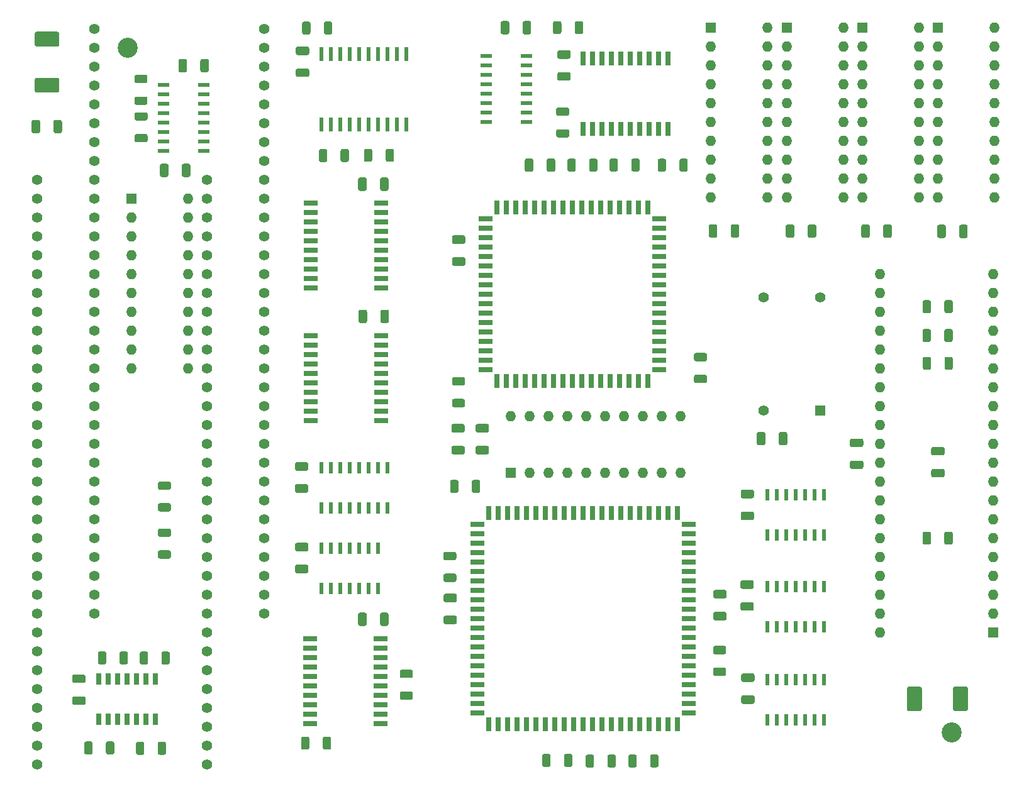
<source format=gbr>
%TF.GenerationSoftware,KiCad,Pcbnew,(5.1.12)-1*%
%TF.CreationDate,2022-12-05T14:55:25+01:00*%
%TF.ProjectId,atonceplus,61746f6e-6365-4706-9c75-732e6b696361,rev?*%
%TF.SameCoordinates,Original*%
%TF.FileFunction,Soldermask,Top*%
%TF.FilePolarity,Negative*%
%FSLAX46Y46*%
G04 Gerber Fmt 4.6, Leading zero omitted, Abs format (unit mm)*
G04 Created by KiCad (PCBNEW (5.1.12)-1) date 2022-12-05 14:55:25*
%MOMM*%
%LPD*%
G01*
G04 APERTURE LIST*
%ADD10C,2.700000*%
%ADD11R,1.525000X0.600000*%
%ADD12R,0.600000X1.525000*%
%ADD13C,1.400000*%
%ADD14R,0.600000X1.950000*%
%ADD15R,1.400000X1.400000*%
%ADD16O,1.400000X1.400000*%
%ADD17R,0.700000X1.925000*%
%ADD18R,1.925000X0.700000*%
%ADD19R,1.950000X0.650000*%
%ADD20R,0.650000X1.950000*%
%ADD21R,0.650000X1.525000*%
G04 APERTURE END LIST*
D10*
%TO.C,REF\u002A\u002A*%
X209270000Y-135270000D03*
%TD*%
%TO.C,REF\u002A\u002A*%
X98350000Y-43050000D03*
%TD*%
D11*
%TO.C,U35*%
X146608000Y-44205000D03*
X146608000Y-45475000D03*
X146608000Y-46745000D03*
X146608000Y-48015000D03*
X146608000Y-49285000D03*
X146608000Y-50555000D03*
X146608000Y-51825000D03*
X146608000Y-53095000D03*
X152032000Y-53095000D03*
X152032000Y-51825000D03*
X152032000Y-50555000D03*
X152032000Y-49285000D03*
X152032000Y-48015000D03*
X152032000Y-46745000D03*
X152032000Y-45475000D03*
X152032000Y-44205000D03*
%TD*%
%TO.C,U36*%
X108642000Y-48045000D03*
X108642000Y-49315000D03*
X108642000Y-50585000D03*
X108642000Y-51855000D03*
X108642000Y-53125000D03*
X108642000Y-54395000D03*
X108642000Y-55665000D03*
X108642000Y-56935000D03*
X103218000Y-56935000D03*
X103218000Y-55665000D03*
X103218000Y-54395000D03*
X103218000Y-53125000D03*
X103218000Y-51855000D03*
X103218000Y-50585000D03*
X103218000Y-49315000D03*
X103218000Y-48045000D03*
%TD*%
D12*
%TO.C,U37*%
X124435000Y-105052000D03*
X125705000Y-105052000D03*
X126975000Y-105052000D03*
X128245000Y-105052000D03*
X129515000Y-105052000D03*
X130785000Y-105052000D03*
X132055000Y-105052000D03*
X133325000Y-105052000D03*
X133325000Y-99628000D03*
X132055000Y-99628000D03*
X130785000Y-99628000D03*
X129515000Y-99628000D03*
X128245000Y-99628000D03*
X126975000Y-99628000D03*
X125705000Y-99628000D03*
X124435000Y-99628000D03*
%TD*%
%TO.C,U43*%
X124460000Y-115852000D03*
X125730000Y-115852000D03*
X127000000Y-115852000D03*
X128270000Y-115852000D03*
X129540000Y-115852000D03*
X130810000Y-115852000D03*
X132080000Y-115852000D03*
X132080000Y-110428000D03*
X130810000Y-110428000D03*
X129540000Y-110428000D03*
X128270000Y-110428000D03*
X127000000Y-110428000D03*
X125730000Y-110428000D03*
X124460000Y-110428000D03*
%TD*%
D13*
%TO.C,J1*%
X109020000Y-139580000D03*
X109020000Y-137040000D03*
X109020000Y-134500000D03*
X109020000Y-131960000D03*
X109020000Y-129420000D03*
X109020000Y-126880000D03*
X109020000Y-124340000D03*
X109020000Y-121800000D03*
X109020000Y-119260000D03*
X109020000Y-116720000D03*
X109020000Y-114180000D03*
X109020000Y-111640000D03*
X109020000Y-109100000D03*
X109020000Y-106560000D03*
X109020000Y-104020000D03*
X109020000Y-101480000D03*
X109020000Y-98940000D03*
X109020000Y-96400000D03*
X109020000Y-93860000D03*
X109020000Y-91320000D03*
X109020000Y-88780000D03*
X109020000Y-86240000D03*
X109020000Y-83700000D03*
X109020000Y-81160000D03*
X109020000Y-78620000D03*
X109020000Y-76080000D03*
X109020000Y-73540000D03*
X109020000Y-71000000D03*
X109020000Y-68460000D03*
X109020000Y-65920000D03*
X109020000Y-63380000D03*
X109020000Y-60840000D03*
X86160000Y-60840000D03*
X86160000Y-63380000D03*
X86160000Y-65920000D03*
X86160000Y-68460000D03*
X86160000Y-71000000D03*
X86160000Y-73540000D03*
X86160000Y-76080000D03*
X86160000Y-78620000D03*
X86160000Y-81160000D03*
X86160000Y-83700000D03*
X86160000Y-86240000D03*
X86160000Y-88780000D03*
X86160000Y-91320000D03*
X86160000Y-93860000D03*
X86160000Y-96400000D03*
X86160000Y-98940000D03*
X86160000Y-101480000D03*
X86160000Y-104020000D03*
X86160000Y-106560000D03*
X86160000Y-109100000D03*
X86160000Y-111640000D03*
X86160000Y-114180000D03*
X86160000Y-116720000D03*
X86160000Y-119260000D03*
X86160000Y-121800000D03*
X86160000Y-124340000D03*
X86160000Y-126880000D03*
X86160000Y-129420000D03*
X86160000Y-131960000D03*
X86160000Y-134500000D03*
X86160000Y-137040000D03*
X86160000Y-139580000D03*
%TD*%
%TO.C,J2*%
X93890000Y-119250000D03*
X93890000Y-116710000D03*
X93890000Y-114170000D03*
X93890000Y-111630000D03*
X93890000Y-109090000D03*
X93890000Y-106550000D03*
X93890000Y-104010000D03*
X93890000Y-101470000D03*
X93890000Y-98930000D03*
X93890000Y-96390000D03*
X93890000Y-93850000D03*
X93890000Y-91310000D03*
X93890000Y-88770000D03*
X93890000Y-86230000D03*
X93890000Y-83690000D03*
X93890000Y-81150000D03*
X93890000Y-78610000D03*
X93890000Y-76070000D03*
X93890000Y-73530000D03*
X93890000Y-70990000D03*
X93890000Y-68450000D03*
X93890000Y-65910000D03*
X93890000Y-63370000D03*
X93890000Y-60830000D03*
X93890000Y-58290000D03*
X93890000Y-55750000D03*
X93890000Y-53210000D03*
X93890000Y-50670000D03*
X93890000Y-48130000D03*
X93890000Y-45590000D03*
X93890000Y-43050000D03*
X93890000Y-40510000D03*
X116750000Y-40510000D03*
X116750000Y-43050000D03*
X116750000Y-45590000D03*
X116750000Y-48130000D03*
X116750000Y-50670000D03*
X116750000Y-53210000D03*
X116750000Y-55750000D03*
X116750000Y-58290000D03*
X116750000Y-60830000D03*
X116750000Y-63370000D03*
X116750000Y-65910000D03*
X116750000Y-68450000D03*
X116750000Y-70990000D03*
X116750000Y-73530000D03*
X116750000Y-76070000D03*
X116750000Y-78610000D03*
X116750000Y-81150000D03*
X116750000Y-83690000D03*
X116750000Y-86230000D03*
X116750000Y-88770000D03*
X116750000Y-91310000D03*
X116750000Y-93850000D03*
X116750000Y-96390000D03*
X116750000Y-98930000D03*
X116750000Y-101470000D03*
X116750000Y-104010000D03*
X116750000Y-106550000D03*
X116750000Y-109090000D03*
X116750000Y-111630000D03*
X116750000Y-114170000D03*
X116750000Y-116710000D03*
X116750000Y-119250000D03*
%TD*%
D14*
%TO.C,U21*%
X124475000Y-53355000D03*
X125745000Y-53355000D03*
X127015000Y-53355000D03*
X128285000Y-53355000D03*
X129555000Y-53355000D03*
X130825000Y-53355000D03*
X132095000Y-53355000D03*
X133365000Y-53355000D03*
X134635000Y-53355000D03*
X135905000Y-53355000D03*
X135905000Y-43905000D03*
X134635000Y-43905000D03*
X133365000Y-43905000D03*
X132095000Y-43905000D03*
X130825000Y-43905000D03*
X129555000Y-43905000D03*
X128285000Y-43905000D03*
X127015000Y-43905000D03*
X125745000Y-43905000D03*
X124475000Y-43905000D03*
%TD*%
D12*
%TO.C,U15*%
X184470000Y-108652000D03*
X185740000Y-108652000D03*
X187010000Y-108652000D03*
X188280000Y-108652000D03*
X189550000Y-108652000D03*
X190820000Y-108652000D03*
X192090000Y-108652000D03*
X192090000Y-103228000D03*
X190820000Y-103228000D03*
X189550000Y-103228000D03*
X188280000Y-103228000D03*
X187010000Y-103228000D03*
X185740000Y-103228000D03*
X184470000Y-103228000D03*
%TD*%
%TO.C,U45*%
X184470000Y-121032000D03*
X185740000Y-121032000D03*
X187010000Y-121032000D03*
X188280000Y-121032000D03*
X189550000Y-121032000D03*
X190820000Y-121032000D03*
X192090000Y-121032000D03*
X192090000Y-115608000D03*
X190820000Y-115608000D03*
X189550000Y-115608000D03*
X188280000Y-115608000D03*
X187010000Y-115608000D03*
X185740000Y-115608000D03*
X184470000Y-115608000D03*
%TD*%
%TO.C,U28*%
X184480000Y-128138000D03*
X185750000Y-128138000D03*
X187020000Y-128138000D03*
X188290000Y-128138000D03*
X189560000Y-128138000D03*
X190830000Y-128138000D03*
X192100000Y-128138000D03*
X192100000Y-133562000D03*
X190830000Y-133562000D03*
X189560000Y-133562000D03*
X188290000Y-133562000D03*
X187020000Y-133562000D03*
X185750000Y-133562000D03*
X184480000Y-133562000D03*
%TD*%
D15*
%TO.C,Q1*%
X191540000Y-91930000D03*
D13*
X183920000Y-91930000D03*
X183920000Y-76690000D03*
X191540000Y-76690000D03*
%TD*%
D15*
%TO.C,U14*%
X214890000Y-121820000D03*
D16*
X199650000Y-73560000D03*
X214890000Y-119280000D03*
X199650000Y-76100000D03*
X214890000Y-116740000D03*
X199650000Y-78640000D03*
X214890000Y-114200000D03*
X199650000Y-81180000D03*
X214890000Y-111660000D03*
X199650000Y-83720000D03*
X214890000Y-109120000D03*
X199650000Y-86260000D03*
X214890000Y-106580000D03*
X199650000Y-88800000D03*
X214890000Y-104040000D03*
X199650000Y-91340000D03*
X214890000Y-101500000D03*
X199650000Y-93880000D03*
X214890000Y-98960000D03*
X199650000Y-96420000D03*
X214890000Y-96420000D03*
X199650000Y-98960000D03*
X214890000Y-93880000D03*
X199650000Y-101500000D03*
X214890000Y-91340000D03*
X199650000Y-104040000D03*
X214890000Y-88800000D03*
X199650000Y-106580000D03*
X214890000Y-86260000D03*
X199650000Y-109120000D03*
X214890000Y-83720000D03*
X199650000Y-111660000D03*
X214890000Y-81180000D03*
X199650000Y-114200000D03*
X214890000Y-78640000D03*
X199650000Y-116740000D03*
X214890000Y-76100000D03*
X199650000Y-119280000D03*
X214890000Y-73560000D03*
X199650000Y-121820000D03*
%TD*%
D17*
%TO.C,U13*%
X158250000Y-87902500D03*
X159520000Y-87902500D03*
X160790000Y-87902500D03*
X162060000Y-87902500D03*
X163330000Y-87902500D03*
X164600000Y-87902500D03*
X165870000Y-87902500D03*
X167140000Y-87902500D03*
X168410000Y-87902500D03*
X156980000Y-87902500D03*
X155710000Y-87902500D03*
X154440000Y-87902500D03*
X153170000Y-87902500D03*
X151900000Y-87902500D03*
X150630000Y-87902500D03*
X149360000Y-87902500D03*
X148090000Y-87902500D03*
D18*
X169922500Y-86390000D03*
X169922500Y-85120000D03*
X169922500Y-83850000D03*
X169922500Y-82580000D03*
X169922500Y-81310000D03*
X169922500Y-80040000D03*
X169922500Y-78770000D03*
X169922500Y-77500000D03*
X169922500Y-76230000D03*
X169922500Y-74960000D03*
X169922500Y-73690000D03*
X169922500Y-72420000D03*
X169922500Y-71150000D03*
X169922500Y-69880000D03*
X169922500Y-68610000D03*
X169922500Y-67340000D03*
X169922500Y-66070000D03*
D17*
X168410000Y-64557500D03*
X167140000Y-64557500D03*
X165870000Y-64557500D03*
X164600000Y-64557500D03*
X163330000Y-64557500D03*
X162060000Y-64557500D03*
X160790000Y-64557500D03*
X159520000Y-64557500D03*
X158250000Y-64557500D03*
X156980000Y-64557500D03*
X155710000Y-64557500D03*
X154440000Y-64557500D03*
X153170000Y-64557500D03*
X151900000Y-64557500D03*
X150630000Y-64557500D03*
X149360000Y-64557500D03*
X148090000Y-64557500D03*
D18*
X146577500Y-66070000D03*
X146577500Y-67340000D03*
X146577500Y-68610000D03*
X146577500Y-69880000D03*
X146577500Y-71150000D03*
X146577500Y-72420000D03*
X146577500Y-73690000D03*
X146577500Y-74960000D03*
X146577500Y-76230000D03*
X146577500Y-77500000D03*
X146577500Y-78770000D03*
X146577500Y-80040000D03*
X146577500Y-81310000D03*
X146577500Y-82580000D03*
X146577500Y-83850000D03*
X146577500Y-85120000D03*
X146577500Y-86390000D03*
%TD*%
%TO.C,C10*%
G36*
G01*
X86100000Y-40900000D02*
X88900000Y-40900000D01*
G75*
G02*
X89150000Y-41150000I0J-250000D01*
G01*
X89150000Y-42650000D01*
G75*
G02*
X88900000Y-42900000I-250000J0D01*
G01*
X86100000Y-42900000D01*
G75*
G02*
X85850000Y-42650000I0J250000D01*
G01*
X85850000Y-41150000D01*
G75*
G02*
X86100000Y-40900000I250000J0D01*
G01*
G37*
G36*
G01*
X86100000Y-47100000D02*
X88900000Y-47100000D01*
G75*
G02*
X89150000Y-47350000I0J-250000D01*
G01*
X89150000Y-48850000D01*
G75*
G02*
X88900000Y-49100000I-250000J0D01*
G01*
X86100000Y-49100000D01*
G75*
G02*
X85850000Y-48850000I0J250000D01*
G01*
X85850000Y-47350000D01*
G75*
G02*
X86100000Y-47100000I250000J0D01*
G01*
G37*
%TD*%
%TO.C,C11*%
G36*
G01*
X205260000Y-129350000D02*
X205260000Y-132150000D01*
G75*
G02*
X205010000Y-132400000I-250000J0D01*
G01*
X203510000Y-132400000D01*
G75*
G02*
X203260000Y-132150000I0J250000D01*
G01*
X203260000Y-129350000D01*
G75*
G02*
X203510000Y-129100000I250000J0D01*
G01*
X205010000Y-129100000D01*
G75*
G02*
X205260000Y-129350000I0J-250000D01*
G01*
G37*
G36*
G01*
X211460000Y-129350000D02*
X211460000Y-132150000D01*
G75*
G02*
X211210000Y-132400000I-250000J0D01*
G01*
X209710000Y-132400000D01*
G75*
G02*
X209460000Y-132150000I0J250000D01*
G01*
X209460000Y-129350000D01*
G75*
G02*
X209710000Y-129100000I250000J0D01*
G01*
X211210000Y-129100000D01*
G75*
G02*
X211460000Y-129350000I0J-250000D01*
G01*
G37*
%TD*%
%TO.C,C12*%
G36*
G01*
X88370000Y-54330001D02*
X88370000Y-53029999D01*
G75*
G02*
X88619999Y-52780000I249999J0D01*
G01*
X89270001Y-52780000D01*
G75*
G02*
X89520000Y-53029999I0J-249999D01*
G01*
X89520000Y-54330001D01*
G75*
G02*
X89270001Y-54580000I-249999J0D01*
G01*
X88619999Y-54580000D01*
G75*
G02*
X88370000Y-54330001I0J249999D01*
G01*
G37*
G36*
G01*
X85420000Y-54330001D02*
X85420000Y-53029999D01*
G75*
G02*
X85669999Y-52780000I249999J0D01*
G01*
X86320001Y-52780000D01*
G75*
G02*
X86570000Y-53029999I0J-249999D01*
G01*
X86570000Y-54330001D01*
G75*
G02*
X86320001Y-54580000I-249999J0D01*
G01*
X85669999Y-54580000D01*
G75*
G02*
X85420000Y-54330001I0J249999D01*
G01*
G37*
%TD*%
%TO.C,C13*%
G36*
G01*
X143560001Y-72425000D02*
X142259999Y-72425000D01*
G75*
G02*
X142010000Y-72175001I0J249999D01*
G01*
X142010000Y-71524999D01*
G75*
G02*
X142259999Y-71275000I249999J0D01*
G01*
X143560001Y-71275000D01*
G75*
G02*
X143810000Y-71524999I0J-249999D01*
G01*
X143810000Y-72175001D01*
G75*
G02*
X143560001Y-72425000I-249999J0D01*
G01*
G37*
G36*
G01*
X143560001Y-69475000D02*
X142259999Y-69475000D01*
G75*
G02*
X142010000Y-69225001I0J249999D01*
G01*
X142010000Y-68574999D01*
G75*
G02*
X142259999Y-68325000I249999J0D01*
G01*
X143560001Y-68325000D01*
G75*
G02*
X143810000Y-68574999I0J-249999D01*
G01*
X143810000Y-69225001D01*
G75*
G02*
X143560001Y-69475000I-249999J0D01*
G01*
G37*
%TD*%
%TO.C,C14*%
G36*
G01*
X145439999Y-96680000D02*
X146740001Y-96680000D01*
G75*
G02*
X146990000Y-96929999I0J-249999D01*
G01*
X146990000Y-97580001D01*
G75*
G02*
X146740001Y-97830000I-249999J0D01*
G01*
X145439999Y-97830000D01*
G75*
G02*
X145190000Y-97580001I0J249999D01*
G01*
X145190000Y-96929999D01*
G75*
G02*
X145439999Y-96680000I249999J0D01*
G01*
G37*
G36*
G01*
X145439999Y-93730000D02*
X146740001Y-93730000D01*
G75*
G02*
X146990000Y-93979999I0J-249999D01*
G01*
X146990000Y-94630001D01*
G75*
G02*
X146740001Y-94880000I-249999J0D01*
G01*
X145439999Y-94880000D01*
G75*
G02*
X145190000Y-94630001I0J249999D01*
G01*
X145190000Y-93979999D01*
G75*
G02*
X145439999Y-93730000I249999J0D01*
G01*
G37*
%TD*%
%TO.C,C15*%
G36*
G01*
X151810000Y-59530001D02*
X151810000Y-58229999D01*
G75*
G02*
X152059999Y-57980000I249999J0D01*
G01*
X152710001Y-57980000D01*
G75*
G02*
X152960000Y-58229999I0J-249999D01*
G01*
X152960000Y-59530001D01*
G75*
G02*
X152710001Y-59780000I-249999J0D01*
G01*
X152059999Y-59780000D01*
G75*
G02*
X151810000Y-59530001I0J249999D01*
G01*
G37*
G36*
G01*
X154760000Y-59530001D02*
X154760000Y-58229999D01*
G75*
G02*
X155009999Y-57980000I249999J0D01*
G01*
X155660001Y-57980000D01*
G75*
G02*
X155910000Y-58229999I0J-249999D01*
G01*
X155910000Y-59530001D01*
G75*
G02*
X155660001Y-59780000I-249999J0D01*
G01*
X155009999Y-59780000D01*
G75*
G02*
X154760000Y-59530001I0J249999D01*
G01*
G37*
%TD*%
%TO.C,C16*%
G36*
G01*
X130530000Y-60779999D02*
X130530000Y-62080001D01*
G75*
G02*
X130280001Y-62330000I-249999J0D01*
G01*
X129629999Y-62330000D01*
G75*
G02*
X129380000Y-62080001I0J249999D01*
G01*
X129380000Y-60779999D01*
G75*
G02*
X129629999Y-60530000I249999J0D01*
G01*
X130280001Y-60530000D01*
G75*
G02*
X130530000Y-60779999I0J-249999D01*
G01*
G37*
G36*
G01*
X133480000Y-60779999D02*
X133480000Y-62080001D01*
G75*
G02*
X133230001Y-62330000I-249999J0D01*
G01*
X132579999Y-62330000D01*
G75*
G02*
X132330000Y-62080001I0J249999D01*
G01*
X132330000Y-60779999D01*
G75*
G02*
X132579999Y-60530000I249999J0D01*
G01*
X133230001Y-60530000D01*
G75*
G02*
X133480000Y-60779999I0J-249999D01*
G01*
G37*
%TD*%
%TO.C,C17*%
G36*
G01*
X142179999Y-93730000D02*
X143480001Y-93730000D01*
G75*
G02*
X143730000Y-93979999I0J-249999D01*
G01*
X143730000Y-94630001D01*
G75*
G02*
X143480001Y-94880000I-249999J0D01*
G01*
X142179999Y-94880000D01*
G75*
G02*
X141930000Y-94630001I0J249999D01*
G01*
X141930000Y-93979999D01*
G75*
G02*
X142179999Y-93730000I249999J0D01*
G01*
G37*
G36*
G01*
X142179999Y-96680000D02*
X143480001Y-96680000D01*
G75*
G02*
X143730000Y-96929999I0J-249999D01*
G01*
X143730000Y-97580001D01*
G75*
G02*
X143480001Y-97830000I-249999J0D01*
G01*
X142179999Y-97830000D01*
G75*
G02*
X141930000Y-97580001I0J249999D01*
G01*
X141930000Y-96929999D01*
G75*
G02*
X142179999Y-96680000I249999J0D01*
G01*
G37*
%TD*%
%TO.C,C21*%
G36*
G01*
X121239999Y-42900000D02*
X122540001Y-42900000D01*
G75*
G02*
X122790000Y-43149999I0J-249999D01*
G01*
X122790000Y-43800001D01*
G75*
G02*
X122540001Y-44050000I-249999J0D01*
G01*
X121239999Y-44050000D01*
G75*
G02*
X120990000Y-43800001I0J249999D01*
G01*
X120990000Y-43149999D01*
G75*
G02*
X121239999Y-42900000I249999J0D01*
G01*
G37*
G36*
G01*
X121239999Y-45850000D02*
X122540001Y-45850000D01*
G75*
G02*
X122790000Y-46099999I0J-249999D01*
G01*
X122790000Y-46750001D01*
G75*
G02*
X122540001Y-47000000I-249999J0D01*
G01*
X121239999Y-47000000D01*
G75*
G02*
X120990000Y-46750001I0J249999D01*
G01*
X120990000Y-46099999D01*
G75*
G02*
X121239999Y-45850000I249999J0D01*
G01*
G37*
%TD*%
%TO.C,C22*%
G36*
G01*
X197130001Y-96850000D02*
X195829999Y-96850000D01*
G75*
G02*
X195580000Y-96600001I0J249999D01*
G01*
X195580000Y-95949999D01*
G75*
G02*
X195829999Y-95700000I249999J0D01*
G01*
X197130001Y-95700000D01*
G75*
G02*
X197380000Y-95949999I0J-249999D01*
G01*
X197380000Y-96600001D01*
G75*
G02*
X197130001Y-96850000I-249999J0D01*
G01*
G37*
G36*
G01*
X197130001Y-99800000D02*
X195829999Y-99800000D01*
G75*
G02*
X195580000Y-99550001I0J249999D01*
G01*
X195580000Y-98899999D01*
G75*
G02*
X195829999Y-98650000I249999J0D01*
G01*
X197130001Y-98650000D01*
G75*
G02*
X197380000Y-98899999I0J-249999D01*
G01*
X197380000Y-99550001D01*
G75*
G02*
X197130001Y-99800000I-249999J0D01*
G01*
G37*
%TD*%
%TO.C,C23*%
G36*
G01*
X121119999Y-98880000D02*
X122420001Y-98880000D01*
G75*
G02*
X122670000Y-99129999I0J-249999D01*
G01*
X122670000Y-99780001D01*
G75*
G02*
X122420001Y-100030000I-249999J0D01*
G01*
X121119999Y-100030000D01*
G75*
G02*
X120870000Y-99780001I0J249999D01*
G01*
X120870000Y-99129999D01*
G75*
G02*
X121119999Y-98880000I249999J0D01*
G01*
G37*
G36*
G01*
X121119999Y-101830000D02*
X122420001Y-101830000D01*
G75*
G02*
X122670000Y-102079999I0J-249999D01*
G01*
X122670000Y-102730001D01*
G75*
G02*
X122420001Y-102980000I-249999J0D01*
G01*
X121119999Y-102980000D01*
G75*
G02*
X120870000Y-102730001I0J249999D01*
G01*
X120870000Y-102079999D01*
G75*
G02*
X121119999Y-101830000I249999J0D01*
G01*
G37*
%TD*%
%TO.C,C24*%
G36*
G01*
X130530000Y-119369999D02*
X130530000Y-120670001D01*
G75*
G02*
X130280001Y-120920000I-249999J0D01*
G01*
X129629999Y-120920000D01*
G75*
G02*
X129380000Y-120670001I0J249999D01*
G01*
X129380000Y-119369999D01*
G75*
G02*
X129629999Y-119120000I249999J0D01*
G01*
X130280001Y-119120000D01*
G75*
G02*
X130530000Y-119369999I0J-249999D01*
G01*
G37*
G36*
G01*
X133480000Y-119369999D02*
X133480000Y-120670001D01*
G75*
G02*
X133230001Y-120920000I-249999J0D01*
G01*
X132579999Y-120920000D01*
G75*
G02*
X132330000Y-120670001I0J249999D01*
G01*
X132330000Y-119369999D01*
G75*
G02*
X132579999Y-119120000I249999J0D01*
G01*
X133230001Y-119120000D01*
G75*
G02*
X133480000Y-119369999I0J-249999D01*
G01*
G37*
%TD*%
%TO.C,C25*%
G36*
G01*
X91139999Y-127470000D02*
X92440001Y-127470000D01*
G75*
G02*
X92690000Y-127719999I0J-249999D01*
G01*
X92690000Y-128370001D01*
G75*
G02*
X92440001Y-128620000I-249999J0D01*
G01*
X91139999Y-128620000D01*
G75*
G02*
X90890000Y-128370001I0J249999D01*
G01*
X90890000Y-127719999D01*
G75*
G02*
X91139999Y-127470000I249999J0D01*
G01*
G37*
G36*
G01*
X91139999Y-130420000D02*
X92440001Y-130420000D01*
G75*
G02*
X92690000Y-130669999I0J-249999D01*
G01*
X92690000Y-131320001D01*
G75*
G02*
X92440001Y-131570000I-249999J0D01*
G01*
X91139999Y-131570000D01*
G75*
G02*
X90890000Y-131320001I0J249999D01*
G01*
X90890000Y-130669999D01*
G75*
G02*
X91139999Y-130420000I249999J0D01*
G01*
G37*
%TD*%
%TO.C,C27*%
G36*
G01*
X122440001Y-110880000D02*
X121139999Y-110880000D01*
G75*
G02*
X120890000Y-110630001I0J249999D01*
G01*
X120890000Y-109979999D01*
G75*
G02*
X121139999Y-109730000I249999J0D01*
G01*
X122440001Y-109730000D01*
G75*
G02*
X122690000Y-109979999I0J-249999D01*
G01*
X122690000Y-110630001D01*
G75*
G02*
X122440001Y-110880000I-249999J0D01*
G01*
G37*
G36*
G01*
X122440001Y-113830000D02*
X121139999Y-113830000D01*
G75*
G02*
X120890000Y-113580001I0J249999D01*
G01*
X120890000Y-112929999D01*
G75*
G02*
X121139999Y-112680000I249999J0D01*
G01*
X122440001Y-112680000D01*
G75*
G02*
X122690000Y-112929999I0J-249999D01*
G01*
X122690000Y-113580001D01*
G75*
G02*
X122440001Y-113830000I-249999J0D01*
G01*
G37*
%TD*%
%TO.C,C28*%
G36*
G01*
X156439999Y-43400000D02*
X157740001Y-43400000D01*
G75*
G02*
X157990000Y-43649999I0J-249999D01*
G01*
X157990000Y-44300001D01*
G75*
G02*
X157740001Y-44550000I-249999J0D01*
G01*
X156439999Y-44550000D01*
G75*
G02*
X156190000Y-44300001I0J249999D01*
G01*
X156190000Y-43649999D01*
G75*
G02*
X156439999Y-43400000I249999J0D01*
G01*
G37*
G36*
G01*
X156439999Y-46350000D02*
X157740001Y-46350000D01*
G75*
G02*
X157990000Y-46599999I0J-249999D01*
G01*
X157990000Y-47250001D01*
G75*
G02*
X157740001Y-47500000I-249999J0D01*
G01*
X156439999Y-47500000D01*
G75*
G02*
X156190000Y-47250001I0J249999D01*
G01*
X156190000Y-46599999D01*
G75*
G02*
X156439999Y-46350000I249999J0D01*
G01*
G37*
%TD*%
%TO.C,C29*%
G36*
G01*
X149720000Y-39709999D02*
X149720000Y-41010001D01*
G75*
G02*
X149470001Y-41260000I-249999J0D01*
G01*
X148819999Y-41260000D01*
G75*
G02*
X148570000Y-41010001I0J249999D01*
G01*
X148570000Y-39709999D01*
G75*
G02*
X148819999Y-39460000I249999J0D01*
G01*
X149470001Y-39460000D01*
G75*
G02*
X149720000Y-39709999I0J-249999D01*
G01*
G37*
G36*
G01*
X152670000Y-39709999D02*
X152670000Y-41010001D01*
G75*
G02*
X152420001Y-41260000I-249999J0D01*
G01*
X151769999Y-41260000D01*
G75*
G02*
X151520000Y-41010001I0J249999D01*
G01*
X151520000Y-39709999D01*
G75*
G02*
X151769999Y-39460000I249999J0D01*
G01*
X152420001Y-39460000D01*
G75*
G02*
X152670000Y-39709999I0J-249999D01*
G01*
G37*
%TD*%
%TO.C,C31*%
G36*
G01*
X207330000Y-68440001D02*
X207330000Y-67139999D01*
G75*
G02*
X207579999Y-66890000I249999J0D01*
G01*
X208230001Y-66890000D01*
G75*
G02*
X208480000Y-67139999I0J-249999D01*
G01*
X208480000Y-68440001D01*
G75*
G02*
X208230001Y-68690000I-249999J0D01*
G01*
X207579999Y-68690000D01*
G75*
G02*
X207330000Y-68440001I0J249999D01*
G01*
G37*
G36*
G01*
X210280000Y-68440001D02*
X210280000Y-67139999D01*
G75*
G02*
X210529999Y-66890000I249999J0D01*
G01*
X211180001Y-66890000D01*
G75*
G02*
X211430000Y-67139999I0J-249999D01*
G01*
X211430000Y-68440001D01*
G75*
G02*
X211180001Y-68690000I-249999J0D01*
G01*
X210529999Y-68690000D01*
G75*
G02*
X210280000Y-68440001I0J249999D01*
G01*
G37*
%TD*%
%TO.C,C32*%
G36*
G01*
X197110000Y-68410001D02*
X197110000Y-67109999D01*
G75*
G02*
X197359999Y-66860000I249999J0D01*
G01*
X198010001Y-66860000D01*
G75*
G02*
X198260000Y-67109999I0J-249999D01*
G01*
X198260000Y-68410001D01*
G75*
G02*
X198010001Y-68660000I-249999J0D01*
G01*
X197359999Y-68660000D01*
G75*
G02*
X197110000Y-68410001I0J249999D01*
G01*
G37*
G36*
G01*
X200060000Y-68410001D02*
X200060000Y-67109999D01*
G75*
G02*
X200309999Y-66860000I249999J0D01*
G01*
X200960001Y-66860000D01*
G75*
G02*
X201210000Y-67109999I0J-249999D01*
G01*
X201210000Y-68410001D01*
G75*
G02*
X200960001Y-68660000I-249999J0D01*
G01*
X200309999Y-68660000D01*
G75*
G02*
X200060000Y-68410001I0J249999D01*
G01*
G37*
%TD*%
%TO.C,C33*%
G36*
G01*
X189900000Y-68400001D02*
X189900000Y-67099999D01*
G75*
G02*
X190149999Y-66850000I249999J0D01*
G01*
X190800001Y-66850000D01*
G75*
G02*
X191050000Y-67099999I0J-249999D01*
G01*
X191050000Y-68400001D01*
G75*
G02*
X190800001Y-68650000I-249999J0D01*
G01*
X190149999Y-68650000D01*
G75*
G02*
X189900000Y-68400001I0J249999D01*
G01*
G37*
G36*
G01*
X186950000Y-68400001D02*
X186950000Y-67099999D01*
G75*
G02*
X187199999Y-66850000I249999J0D01*
G01*
X187850001Y-66850000D01*
G75*
G02*
X188100000Y-67099999I0J-249999D01*
G01*
X188100000Y-68400001D01*
G75*
G02*
X187850001Y-68650000I-249999J0D01*
G01*
X187199999Y-68650000D01*
G75*
G02*
X186950000Y-68400001I0J249999D01*
G01*
G37*
%TD*%
%TO.C,C34*%
G36*
G01*
X176580000Y-68380001D02*
X176580000Y-67079999D01*
G75*
G02*
X176829999Y-66830000I249999J0D01*
G01*
X177480001Y-66830000D01*
G75*
G02*
X177730000Y-67079999I0J-249999D01*
G01*
X177730000Y-68380001D01*
G75*
G02*
X177480001Y-68630000I-249999J0D01*
G01*
X176829999Y-68630000D01*
G75*
G02*
X176580000Y-68380001I0J249999D01*
G01*
G37*
G36*
G01*
X179530000Y-68380001D02*
X179530000Y-67079999D01*
G75*
G02*
X179779999Y-66830000I249999J0D01*
G01*
X180430001Y-66830000D01*
G75*
G02*
X180680000Y-67079999I0J-249999D01*
G01*
X180680000Y-68380001D01*
G75*
G02*
X180430001Y-68630000I-249999J0D01*
G01*
X179779999Y-68630000D01*
G75*
G02*
X179530000Y-68380001I0J249999D01*
G01*
G37*
%TD*%
%TO.C,C35*%
G36*
G01*
X103850000Y-58919999D02*
X103850000Y-60220001D01*
G75*
G02*
X103600001Y-60470000I-249999J0D01*
G01*
X102949999Y-60470000D01*
G75*
G02*
X102700000Y-60220001I0J249999D01*
G01*
X102700000Y-58919999D01*
G75*
G02*
X102949999Y-58670000I249999J0D01*
G01*
X103600001Y-58670000D01*
G75*
G02*
X103850000Y-58919999I0J-249999D01*
G01*
G37*
G36*
G01*
X106800000Y-58919999D02*
X106800000Y-60220001D01*
G75*
G02*
X106550001Y-60470000I-249999J0D01*
G01*
X105899999Y-60470000D01*
G75*
G02*
X105650000Y-60220001I0J249999D01*
G01*
X105650000Y-58919999D01*
G75*
G02*
X105899999Y-58670000I249999J0D01*
G01*
X106550001Y-58670000D01*
G75*
G02*
X106800000Y-58919999I0J-249999D01*
G01*
G37*
%TD*%
%TO.C,C36*%
G36*
G01*
X109290000Y-44819999D02*
X109290000Y-46120001D01*
G75*
G02*
X109040001Y-46370000I-249999J0D01*
G01*
X108389999Y-46370000D01*
G75*
G02*
X108140000Y-46120001I0J249999D01*
G01*
X108140000Y-44819999D01*
G75*
G02*
X108389999Y-44570000I249999J0D01*
G01*
X109040001Y-44570000D01*
G75*
G02*
X109290000Y-44819999I0J-249999D01*
G01*
G37*
G36*
G01*
X106340000Y-44819999D02*
X106340000Y-46120001D01*
G75*
G02*
X106090001Y-46370000I-249999J0D01*
G01*
X105439999Y-46370000D01*
G75*
G02*
X105190000Y-46120001I0J249999D01*
G01*
X105190000Y-44819999D01*
G75*
G02*
X105439999Y-44570000I249999J0D01*
G01*
X106090001Y-44570000D01*
G75*
G02*
X106340000Y-44819999I0J-249999D01*
G01*
G37*
%TD*%
%TO.C,C37*%
G36*
G01*
X182500001Y-128470000D02*
X181199999Y-128470000D01*
G75*
G02*
X180950000Y-128220001I0J249999D01*
G01*
X180950000Y-127569999D01*
G75*
G02*
X181199999Y-127320000I249999J0D01*
G01*
X182500001Y-127320000D01*
G75*
G02*
X182750000Y-127569999I0J-249999D01*
G01*
X182750000Y-128220001D01*
G75*
G02*
X182500001Y-128470000I-249999J0D01*
G01*
G37*
G36*
G01*
X182500001Y-131420000D02*
X181199999Y-131420000D01*
G75*
G02*
X180950000Y-131170001I0J249999D01*
G01*
X180950000Y-130519999D01*
G75*
G02*
X181199999Y-130270000I249999J0D01*
G01*
X182500001Y-130270000D01*
G75*
G02*
X182750000Y-130519999I0J-249999D01*
G01*
X182750000Y-131170001D01*
G75*
G02*
X182500001Y-131420000I-249999J0D01*
G01*
G37*
%TD*%
%TO.C,C41*%
G36*
G01*
X182390001Y-118880000D02*
X181089999Y-118880000D01*
G75*
G02*
X180840000Y-118630001I0J249999D01*
G01*
X180840000Y-117979999D01*
G75*
G02*
X181089999Y-117730000I249999J0D01*
G01*
X182390001Y-117730000D01*
G75*
G02*
X182640000Y-117979999I0J-249999D01*
G01*
X182640000Y-118630001D01*
G75*
G02*
X182390001Y-118880000I-249999J0D01*
G01*
G37*
G36*
G01*
X182390001Y-115930000D02*
X181089999Y-115930000D01*
G75*
G02*
X180840000Y-115680001I0J249999D01*
G01*
X180840000Y-115029999D01*
G75*
G02*
X181089999Y-114780000I249999J0D01*
G01*
X182390001Y-114780000D01*
G75*
G02*
X182640000Y-115029999I0J-249999D01*
G01*
X182640000Y-115680001D01*
G75*
G02*
X182390001Y-115930000I-249999J0D01*
G01*
G37*
%TD*%
%TO.C,C42*%
G36*
G01*
X181119999Y-105530000D02*
X182420001Y-105530000D01*
G75*
G02*
X182670000Y-105779999I0J-249999D01*
G01*
X182670000Y-106430001D01*
G75*
G02*
X182420001Y-106680000I-249999J0D01*
G01*
X181119999Y-106680000D01*
G75*
G02*
X180870000Y-106430001I0J249999D01*
G01*
X180870000Y-105779999D01*
G75*
G02*
X181119999Y-105530000I249999J0D01*
G01*
G37*
G36*
G01*
X181119999Y-102580000D02*
X182420001Y-102580000D01*
G75*
G02*
X182670000Y-102829999I0J-249999D01*
G01*
X182670000Y-103480001D01*
G75*
G02*
X182420001Y-103730000I-249999J0D01*
G01*
X181119999Y-103730000D01*
G75*
G02*
X180870000Y-103480001I0J249999D01*
G01*
X180870000Y-102829999D01*
G75*
G02*
X181119999Y-102580000I249999J0D01*
G01*
G37*
%TD*%
%TO.C,C43*%
G36*
G01*
X183050000Y-96350001D02*
X183050000Y-95049999D01*
G75*
G02*
X183299999Y-94800000I249999J0D01*
G01*
X183950001Y-94800000D01*
G75*
G02*
X184200000Y-95049999I0J-249999D01*
G01*
X184200000Y-96350001D01*
G75*
G02*
X183950001Y-96600000I-249999J0D01*
G01*
X183299999Y-96600000D01*
G75*
G02*
X183050000Y-96350001I0J249999D01*
G01*
G37*
G36*
G01*
X186000000Y-96350001D02*
X186000000Y-95049999D01*
G75*
G02*
X186249999Y-94800000I249999J0D01*
G01*
X186900001Y-94800000D01*
G75*
G02*
X187150000Y-95049999I0J-249999D01*
G01*
X187150000Y-96350001D01*
G75*
G02*
X186900001Y-96600000I-249999J0D01*
G01*
X186249999Y-96600000D01*
G75*
G02*
X186000000Y-96350001I0J249999D01*
G01*
G37*
%TD*%
%TO.C,C44*%
G36*
G01*
X208070001Y-97970000D02*
X206769999Y-97970000D01*
G75*
G02*
X206520000Y-97720001I0J249999D01*
G01*
X206520000Y-97069999D01*
G75*
G02*
X206769999Y-96820000I249999J0D01*
G01*
X208070001Y-96820000D01*
G75*
G02*
X208320000Y-97069999I0J-249999D01*
G01*
X208320000Y-97720001D01*
G75*
G02*
X208070001Y-97970000I-249999J0D01*
G01*
G37*
G36*
G01*
X208070001Y-100920000D02*
X206769999Y-100920000D01*
G75*
G02*
X206520000Y-100670001I0J249999D01*
G01*
X206520000Y-100019999D01*
G75*
G02*
X206769999Y-99770000I249999J0D01*
G01*
X208070001Y-99770000D01*
G75*
G02*
X208320000Y-100019999I0J-249999D01*
G01*
X208320000Y-100670001D01*
G75*
G02*
X208070001Y-100920000I-249999J0D01*
G01*
G37*
%TD*%
%TO.C,C45*%
G36*
G01*
X142430001Y-120690000D02*
X141129999Y-120690000D01*
G75*
G02*
X140880000Y-120440001I0J249999D01*
G01*
X140880000Y-119789999D01*
G75*
G02*
X141129999Y-119540000I249999J0D01*
G01*
X142430001Y-119540000D01*
G75*
G02*
X142680000Y-119789999I0J-249999D01*
G01*
X142680000Y-120440001D01*
G75*
G02*
X142430001Y-120690000I-249999J0D01*
G01*
G37*
G36*
G01*
X142430001Y-117740000D02*
X141129999Y-117740000D01*
G75*
G02*
X140880000Y-117490001I0J249999D01*
G01*
X140880000Y-116839999D01*
G75*
G02*
X141129999Y-116590000I249999J0D01*
G01*
X142430001Y-116590000D01*
G75*
G02*
X142680000Y-116839999I0J-249999D01*
G01*
X142680000Y-117490001D01*
G75*
G02*
X142430001Y-117740000I-249999J0D01*
G01*
G37*
%TD*%
%TO.C,C46*%
G36*
G01*
X178730001Y-117230000D02*
X177429999Y-117230000D01*
G75*
G02*
X177180000Y-116980001I0J249999D01*
G01*
X177180000Y-116329999D01*
G75*
G02*
X177429999Y-116080000I249999J0D01*
G01*
X178730001Y-116080000D01*
G75*
G02*
X178980000Y-116329999I0J-249999D01*
G01*
X178980000Y-116980001D01*
G75*
G02*
X178730001Y-117230000I-249999J0D01*
G01*
G37*
G36*
G01*
X178730001Y-120180000D02*
X177429999Y-120180000D01*
G75*
G02*
X177180000Y-119930001I0J249999D01*
G01*
X177180000Y-119279999D01*
G75*
G02*
X177429999Y-119030000I249999J0D01*
G01*
X178730001Y-119030000D01*
G75*
G02*
X178980000Y-119279999I0J-249999D01*
G01*
X178980000Y-119930001D01*
G75*
G02*
X178730001Y-120180000I-249999J0D01*
G01*
G37*
%TD*%
%TO.C,R11*%
G36*
G01*
X141104998Y-110955000D02*
X142355002Y-110955000D01*
G75*
G02*
X142605000Y-111204998I0J-249998D01*
G01*
X142605000Y-111830002D01*
G75*
G02*
X142355002Y-112080000I-249998J0D01*
G01*
X141104998Y-112080000D01*
G75*
G02*
X140855000Y-111830002I0J249998D01*
G01*
X140855000Y-111204998D01*
G75*
G02*
X141104998Y-110955000I249998J0D01*
G01*
G37*
G36*
G01*
X141104998Y-113880000D02*
X142355002Y-113880000D01*
G75*
G02*
X142605000Y-114129998I0J-249998D01*
G01*
X142605000Y-114755002D01*
G75*
G02*
X142355002Y-115005000I-249998J0D01*
G01*
X141104998Y-115005000D01*
G75*
G02*
X140855000Y-114755002I0J249998D01*
G01*
X140855000Y-114129998D01*
G75*
G02*
X141104998Y-113880000I249998J0D01*
G01*
G37*
%TD*%
%TO.C,R12*%
G36*
G01*
X176095002Y-88215000D02*
X174844998Y-88215000D01*
G75*
G02*
X174595000Y-87965002I0J249998D01*
G01*
X174595000Y-87339998D01*
G75*
G02*
X174844998Y-87090000I249998J0D01*
G01*
X176095002Y-87090000D01*
G75*
G02*
X176345000Y-87339998I0J-249998D01*
G01*
X176345000Y-87965002D01*
G75*
G02*
X176095002Y-88215000I-249998J0D01*
G01*
G37*
G36*
G01*
X176095002Y-85290000D02*
X174844998Y-85290000D01*
G75*
G02*
X174595000Y-85040002I0J249998D01*
G01*
X174595000Y-84414998D01*
G75*
G02*
X174844998Y-84165000I249998J0D01*
G01*
X176095002Y-84165000D01*
G75*
G02*
X176345000Y-84414998I0J-249998D01*
G01*
X176345000Y-85040002D01*
G75*
G02*
X176095002Y-85290000I-249998J0D01*
G01*
G37*
%TD*%
%TO.C,R13*%
G36*
G01*
X102684998Y-104400000D02*
X103935002Y-104400000D01*
G75*
G02*
X104185000Y-104649998I0J-249998D01*
G01*
X104185000Y-105275002D01*
G75*
G02*
X103935002Y-105525000I-249998J0D01*
G01*
X102684998Y-105525000D01*
G75*
G02*
X102435000Y-105275002I0J249998D01*
G01*
X102435000Y-104649998D01*
G75*
G02*
X102684998Y-104400000I249998J0D01*
G01*
G37*
G36*
G01*
X102684998Y-101475000D02*
X103935002Y-101475000D01*
G75*
G02*
X104185000Y-101724998I0J-249998D01*
G01*
X104185000Y-102350002D01*
G75*
G02*
X103935002Y-102600000I-249998J0D01*
G01*
X102684998Y-102600000D01*
G75*
G02*
X102435000Y-102350002I0J249998D01*
G01*
X102435000Y-101724998D01*
G75*
G02*
X102684998Y-101475000I249998J0D01*
G01*
G37*
%TD*%
%TO.C,R14*%
G36*
G01*
X103935002Y-111865000D02*
X102684998Y-111865000D01*
G75*
G02*
X102435000Y-111615002I0J249998D01*
G01*
X102435000Y-110989998D01*
G75*
G02*
X102684998Y-110740000I249998J0D01*
G01*
X103935002Y-110740000D01*
G75*
G02*
X104185000Y-110989998I0J-249998D01*
G01*
X104185000Y-111615002D01*
G75*
G02*
X103935002Y-111865000I-249998J0D01*
G01*
G37*
G36*
G01*
X103935002Y-108940000D02*
X102684998Y-108940000D01*
G75*
G02*
X102435000Y-108690002I0J249998D01*
G01*
X102435000Y-108064998D01*
G75*
G02*
X102684998Y-107815000I249998J0D01*
G01*
X103935002Y-107815000D01*
G75*
G02*
X104185000Y-108064998I0J-249998D01*
G01*
X104185000Y-108690002D01*
G75*
G02*
X103935002Y-108940000I-249998J0D01*
G01*
G37*
%TD*%
%TO.C,R15*%
G36*
G01*
X142264998Y-90350000D02*
X143515002Y-90350000D01*
G75*
G02*
X143765000Y-90599998I0J-249998D01*
G01*
X143765000Y-91225002D01*
G75*
G02*
X143515002Y-91475000I-249998J0D01*
G01*
X142264998Y-91475000D01*
G75*
G02*
X142015000Y-91225002I0J249998D01*
G01*
X142015000Y-90599998D01*
G75*
G02*
X142264998Y-90350000I249998J0D01*
G01*
G37*
G36*
G01*
X142264998Y-87425000D02*
X143515002Y-87425000D01*
G75*
G02*
X143765000Y-87674998I0J-249998D01*
G01*
X143765000Y-88300002D01*
G75*
G02*
X143515002Y-88550000I-249998J0D01*
G01*
X142264998Y-88550000D01*
G75*
G02*
X142015000Y-88300002I0J249998D01*
G01*
X142015000Y-87674998D01*
G75*
G02*
X142264998Y-87425000I249998J0D01*
G01*
G37*
%TD*%
%TO.C,R16*%
G36*
G01*
X209425000Y-77304998D02*
X209425000Y-78555002D01*
G75*
G02*
X209175002Y-78805000I-249998J0D01*
G01*
X208549998Y-78805000D01*
G75*
G02*
X208300000Y-78555002I0J249998D01*
G01*
X208300000Y-77304998D01*
G75*
G02*
X208549998Y-77055000I249998J0D01*
G01*
X209175002Y-77055000D01*
G75*
G02*
X209425000Y-77304998I0J-249998D01*
G01*
G37*
G36*
G01*
X206500000Y-77304998D02*
X206500000Y-78555002D01*
G75*
G02*
X206250002Y-78805000I-249998J0D01*
G01*
X205624998Y-78805000D01*
G75*
G02*
X205375000Y-78555002I0J249998D01*
G01*
X205375000Y-77304998D01*
G75*
G02*
X205624998Y-77055000I249998J0D01*
G01*
X206250002Y-77055000D01*
G75*
G02*
X206500000Y-77304998I0J-249998D01*
G01*
G37*
%TD*%
%TO.C,R17*%
G36*
G01*
X206480000Y-81194998D02*
X206480000Y-82445002D01*
G75*
G02*
X206230002Y-82695000I-249998J0D01*
G01*
X205604998Y-82695000D01*
G75*
G02*
X205355000Y-82445002I0J249998D01*
G01*
X205355000Y-81194998D01*
G75*
G02*
X205604998Y-80945000I249998J0D01*
G01*
X206230002Y-80945000D01*
G75*
G02*
X206480000Y-81194998I0J-249998D01*
G01*
G37*
G36*
G01*
X209405000Y-81194998D02*
X209405000Y-82445002D01*
G75*
G02*
X209155002Y-82695000I-249998J0D01*
G01*
X208529998Y-82695000D01*
G75*
G02*
X208280000Y-82445002I0J249998D01*
G01*
X208280000Y-81194998D01*
G75*
G02*
X208529998Y-80945000I249998J0D01*
G01*
X209155002Y-80945000D01*
G75*
G02*
X209405000Y-81194998I0J-249998D01*
G01*
G37*
%TD*%
%TO.C,R31*%
G36*
G01*
X157545002Y-55155000D02*
X156294998Y-55155000D01*
G75*
G02*
X156045000Y-54905002I0J249998D01*
G01*
X156045000Y-54279998D01*
G75*
G02*
X156294998Y-54030000I249998J0D01*
G01*
X157545002Y-54030000D01*
G75*
G02*
X157795000Y-54279998I0J-249998D01*
G01*
X157795000Y-54905002D01*
G75*
G02*
X157545002Y-55155000I-249998J0D01*
G01*
G37*
G36*
G01*
X157545002Y-52230000D02*
X156294998Y-52230000D01*
G75*
G02*
X156045000Y-51980002I0J249998D01*
G01*
X156045000Y-51354998D01*
G75*
G02*
X156294998Y-51105000I249998J0D01*
G01*
X157545002Y-51105000D01*
G75*
G02*
X157795000Y-51354998I0J-249998D01*
G01*
X157795000Y-51980002D01*
G75*
G02*
X157545002Y-52230000I-249998J0D01*
G01*
G37*
%TD*%
%TO.C,R32*%
G36*
G01*
X164340000Y-58224998D02*
X164340000Y-59475002D01*
G75*
G02*
X164090002Y-59725000I-249998J0D01*
G01*
X163464998Y-59725000D01*
G75*
G02*
X163215000Y-59475002I0J249998D01*
G01*
X163215000Y-58224998D01*
G75*
G02*
X163464998Y-57975000I249998J0D01*
G01*
X164090002Y-57975000D01*
G75*
G02*
X164340000Y-58224998I0J-249998D01*
G01*
G37*
G36*
G01*
X167265000Y-58224998D02*
X167265000Y-59475002D01*
G75*
G02*
X167015002Y-59725000I-249998J0D01*
G01*
X166389998Y-59725000D01*
G75*
G02*
X166140000Y-59475002I0J249998D01*
G01*
X166140000Y-58224998D01*
G75*
G02*
X166389998Y-57975000I249998J0D01*
G01*
X167015002Y-57975000D01*
G75*
G02*
X167265000Y-58224998I0J-249998D01*
G01*
G37*
%TD*%
%TO.C,R33*%
G36*
G01*
X173755000Y-58254998D02*
X173755000Y-59505002D01*
G75*
G02*
X173505002Y-59755000I-249998J0D01*
G01*
X172879998Y-59755000D01*
G75*
G02*
X172630000Y-59505002I0J249998D01*
G01*
X172630000Y-58254998D01*
G75*
G02*
X172879998Y-58005000I249998J0D01*
G01*
X173505002Y-58005000D01*
G75*
G02*
X173755000Y-58254998I0J-249998D01*
G01*
G37*
G36*
G01*
X170830000Y-58254998D02*
X170830000Y-59505002D01*
G75*
G02*
X170580002Y-59755000I-249998J0D01*
G01*
X169954998Y-59755000D01*
G75*
G02*
X169705000Y-59505002I0J249998D01*
G01*
X169705000Y-58254998D01*
G75*
G02*
X169954998Y-58005000I249998J0D01*
G01*
X170580002Y-58005000D01*
G75*
G02*
X170830000Y-58254998I0J-249998D01*
G01*
G37*
%TD*%
%TO.C,R34*%
G36*
G01*
X156740000Y-39724998D02*
X156740000Y-40975002D01*
G75*
G02*
X156490002Y-41225000I-249998J0D01*
G01*
X155864998Y-41225000D01*
G75*
G02*
X155615000Y-40975002I0J249998D01*
G01*
X155615000Y-39724998D01*
G75*
G02*
X155864998Y-39475000I249998J0D01*
G01*
X156490002Y-39475000D01*
G75*
G02*
X156740000Y-39724998I0J-249998D01*
G01*
G37*
G36*
G01*
X159665000Y-39724998D02*
X159665000Y-40975002D01*
G75*
G02*
X159415002Y-41225000I-249998J0D01*
G01*
X158789998Y-41225000D01*
G75*
G02*
X158540000Y-40975002I0J249998D01*
G01*
X158540000Y-39724998D01*
G75*
G02*
X158789998Y-39475000I249998J0D01*
G01*
X159415002Y-39475000D01*
G75*
G02*
X159665000Y-39724998I0J-249998D01*
G01*
G37*
%TD*%
%TO.C,R35*%
G36*
G01*
X124770000Y-41035002D02*
X124770000Y-39784998D01*
G75*
G02*
X125019998Y-39535000I249998J0D01*
G01*
X125645002Y-39535000D01*
G75*
G02*
X125895000Y-39784998I0J-249998D01*
G01*
X125895000Y-41035002D01*
G75*
G02*
X125645002Y-41285000I-249998J0D01*
G01*
X125019998Y-41285000D01*
G75*
G02*
X124770000Y-41035002I0J249998D01*
G01*
G37*
G36*
G01*
X121845000Y-41035002D02*
X121845000Y-39784998D01*
G75*
G02*
X122094998Y-39535000I249998J0D01*
G01*
X122720002Y-39535000D01*
G75*
G02*
X122970000Y-39784998I0J-249998D01*
G01*
X122970000Y-41035002D01*
G75*
G02*
X122720002Y-41285000I-249998J0D01*
G01*
X122094998Y-41285000D01*
G75*
G02*
X121845000Y-41035002I0J249998D01*
G01*
G37*
%TD*%
%TO.C,R36*%
G36*
G01*
X124095000Y-58205002D02*
X124095000Y-56954998D01*
G75*
G02*
X124344998Y-56705000I249998J0D01*
G01*
X124970002Y-56705000D01*
G75*
G02*
X125220000Y-56954998I0J-249998D01*
G01*
X125220000Y-58205002D01*
G75*
G02*
X124970002Y-58455000I-249998J0D01*
G01*
X124344998Y-58455000D01*
G75*
G02*
X124095000Y-58205002I0J249998D01*
G01*
G37*
G36*
G01*
X127020000Y-58205002D02*
X127020000Y-56954998D01*
G75*
G02*
X127269998Y-56705000I249998J0D01*
G01*
X127895002Y-56705000D01*
G75*
G02*
X128145000Y-56954998I0J-249998D01*
G01*
X128145000Y-58205002D01*
G75*
G02*
X127895002Y-58455000I-249998J0D01*
G01*
X127269998Y-58455000D01*
G75*
G02*
X127020000Y-58205002I0J249998D01*
G01*
G37*
%TD*%
%TO.C,R37*%
G36*
G01*
X100775002Y-47830000D02*
X99524998Y-47830000D01*
G75*
G02*
X99275000Y-47580002I0J249998D01*
G01*
X99275000Y-46954998D01*
G75*
G02*
X99524998Y-46705000I249998J0D01*
G01*
X100775002Y-46705000D01*
G75*
G02*
X101025000Y-46954998I0J-249998D01*
G01*
X101025000Y-47580002D01*
G75*
G02*
X100775002Y-47830000I-249998J0D01*
G01*
G37*
G36*
G01*
X100775002Y-50755000D02*
X99524998Y-50755000D01*
G75*
G02*
X99275000Y-50505002I0J249998D01*
G01*
X99275000Y-49879998D01*
G75*
G02*
X99524998Y-49630000I249998J0D01*
G01*
X100775002Y-49630000D01*
G75*
G02*
X101025000Y-49879998I0J-249998D01*
G01*
X101025000Y-50505002D01*
G75*
G02*
X100775002Y-50755000I-249998J0D01*
G01*
G37*
%TD*%
%TO.C,R38*%
G36*
G01*
X99544998Y-51745000D02*
X100795002Y-51745000D01*
G75*
G02*
X101045000Y-51994998I0J-249998D01*
G01*
X101045000Y-52620002D01*
G75*
G02*
X100795002Y-52870000I-249998J0D01*
G01*
X99544998Y-52870000D01*
G75*
G02*
X99295000Y-52620002I0J249998D01*
G01*
X99295000Y-51994998D01*
G75*
G02*
X99544998Y-51745000I249998J0D01*
G01*
G37*
G36*
G01*
X99544998Y-54670000D02*
X100795002Y-54670000D01*
G75*
G02*
X101045000Y-54919998I0J-249998D01*
G01*
X101045000Y-55545002D01*
G75*
G02*
X100795002Y-55795000I-249998J0D01*
G01*
X99544998Y-55795000D01*
G75*
G02*
X99295000Y-55545002I0J249998D01*
G01*
X99295000Y-54919998D01*
G75*
G02*
X99544998Y-54670000I249998J0D01*
G01*
G37*
%TD*%
%TO.C,R39*%
G36*
G01*
X133090000Y-58175002D02*
X133090000Y-56924998D01*
G75*
G02*
X133339998Y-56675000I249998J0D01*
G01*
X133965002Y-56675000D01*
G75*
G02*
X134215000Y-56924998I0J-249998D01*
G01*
X134215000Y-58175002D01*
G75*
G02*
X133965002Y-58425000I-249998J0D01*
G01*
X133339998Y-58425000D01*
G75*
G02*
X133090000Y-58175002I0J249998D01*
G01*
G37*
G36*
G01*
X130165000Y-58175002D02*
X130165000Y-56924998D01*
G75*
G02*
X130414998Y-56675000I249998J0D01*
G01*
X131040002Y-56675000D01*
G75*
G02*
X131290000Y-56924998I0J-249998D01*
G01*
X131290000Y-58175002D01*
G75*
G02*
X131040002Y-58425000I-249998J0D01*
G01*
X130414998Y-58425000D01*
G75*
G02*
X130165000Y-58175002I0J249998D01*
G01*
G37*
%TD*%
%TO.C,R41*%
G36*
G01*
X135244998Y-126815000D02*
X136495002Y-126815000D01*
G75*
G02*
X136745000Y-127064998I0J-249998D01*
G01*
X136745000Y-127690002D01*
G75*
G02*
X136495002Y-127940000I-249998J0D01*
G01*
X135244998Y-127940000D01*
G75*
G02*
X134995000Y-127690002I0J249998D01*
G01*
X134995000Y-127064998D01*
G75*
G02*
X135244998Y-126815000I249998J0D01*
G01*
G37*
G36*
G01*
X135244998Y-129740000D02*
X136495002Y-129740000D01*
G75*
G02*
X136745000Y-129989998I0J-249998D01*
G01*
X136745000Y-130615002D01*
G75*
G02*
X136495002Y-130865000I-249998J0D01*
G01*
X135244998Y-130865000D01*
G75*
G02*
X134995000Y-130615002I0J249998D01*
G01*
X134995000Y-129989998D01*
G75*
G02*
X135244998Y-129740000I249998J0D01*
G01*
G37*
%TD*%
%TO.C,R42*%
G36*
G01*
X95437500Y-137985002D02*
X95437500Y-136734998D01*
G75*
G02*
X95687498Y-136485000I249998J0D01*
G01*
X96312502Y-136485000D01*
G75*
G02*
X96562500Y-136734998I0J-249998D01*
G01*
X96562500Y-137985002D01*
G75*
G02*
X96312502Y-138235000I-249998J0D01*
G01*
X95687498Y-138235000D01*
G75*
G02*
X95437500Y-137985002I0J249998D01*
G01*
G37*
G36*
G01*
X92512500Y-137985002D02*
X92512500Y-136734998D01*
G75*
G02*
X92762498Y-136485000I249998J0D01*
G01*
X93387502Y-136485000D01*
G75*
G02*
X93637500Y-136734998I0J-249998D01*
G01*
X93637500Y-137985002D01*
G75*
G02*
X93387502Y-138235000I-249998J0D01*
G01*
X92762498Y-138235000D01*
G75*
G02*
X92512500Y-137985002I0J249998D01*
G01*
G37*
%TD*%
%TO.C,R43*%
G36*
G01*
X100600000Y-136774998D02*
X100600000Y-138025002D01*
G75*
G02*
X100350002Y-138275000I-249998J0D01*
G01*
X99724998Y-138275000D01*
G75*
G02*
X99475000Y-138025002I0J249998D01*
G01*
X99475000Y-136774998D01*
G75*
G02*
X99724998Y-136525000I249998J0D01*
G01*
X100350002Y-136525000D01*
G75*
G02*
X100600000Y-136774998I0J-249998D01*
G01*
G37*
G36*
G01*
X103525000Y-136774998D02*
X103525000Y-138025002D01*
G75*
G02*
X103275002Y-138275000I-249998J0D01*
G01*
X102649998Y-138275000D01*
G75*
G02*
X102400000Y-138025002I0J249998D01*
G01*
X102400000Y-136774998D01*
G75*
G02*
X102649998Y-136525000I249998J0D01*
G01*
X103275002Y-136525000D01*
G75*
G02*
X103525000Y-136774998I0J-249998D01*
G01*
G37*
%TD*%
%TO.C,R44*%
G36*
G01*
X104037500Y-124624998D02*
X104037500Y-125875002D01*
G75*
G02*
X103787502Y-126125000I-249998J0D01*
G01*
X103162498Y-126125000D01*
G75*
G02*
X102912500Y-125875002I0J249998D01*
G01*
X102912500Y-124624998D01*
G75*
G02*
X103162498Y-124375000I249998J0D01*
G01*
X103787502Y-124375000D01*
G75*
G02*
X104037500Y-124624998I0J-249998D01*
G01*
G37*
G36*
G01*
X101112500Y-124624998D02*
X101112500Y-125875002D01*
G75*
G02*
X100862502Y-126125000I-249998J0D01*
G01*
X100237498Y-126125000D01*
G75*
G02*
X99987500Y-125875002I0J249998D01*
G01*
X99987500Y-124624998D01*
G75*
G02*
X100237498Y-124375000I249998J0D01*
G01*
X100862502Y-124375000D01*
G75*
G02*
X101112500Y-124624998I0J-249998D01*
G01*
G37*
%TD*%
%TO.C,R45*%
G36*
G01*
X94345000Y-125855002D02*
X94345000Y-124604998D01*
G75*
G02*
X94594998Y-124355000I249998J0D01*
G01*
X95220002Y-124355000D01*
G75*
G02*
X95470000Y-124604998I0J-249998D01*
G01*
X95470000Y-125855002D01*
G75*
G02*
X95220002Y-126105000I-249998J0D01*
G01*
X94594998Y-126105000D01*
G75*
G02*
X94345000Y-125855002I0J249998D01*
G01*
G37*
G36*
G01*
X97270000Y-125855002D02*
X97270000Y-124604998D01*
G75*
G02*
X97519998Y-124355000I249998J0D01*
G01*
X98145002Y-124355000D01*
G75*
G02*
X98395000Y-124604998I0J-249998D01*
G01*
X98395000Y-125855002D01*
G75*
G02*
X98145002Y-126105000I-249998J0D01*
G01*
X97519998Y-126105000D01*
G75*
G02*
X97270000Y-125855002I0J249998D01*
G01*
G37*
%TD*%
%TO.C,R46*%
G36*
G01*
X178665002Y-127665000D02*
X177414998Y-127665000D01*
G75*
G02*
X177165000Y-127415002I0J249998D01*
G01*
X177165000Y-126789998D01*
G75*
G02*
X177414998Y-126540000I249998J0D01*
G01*
X178665002Y-126540000D01*
G75*
G02*
X178915000Y-126789998I0J-249998D01*
G01*
X178915000Y-127415002D01*
G75*
G02*
X178665002Y-127665000I-249998J0D01*
G01*
G37*
G36*
G01*
X178665002Y-124740000D02*
X177414998Y-124740000D01*
G75*
G02*
X177165000Y-124490002I0J249998D01*
G01*
X177165000Y-123864998D01*
G75*
G02*
X177414998Y-123615000I249998J0D01*
G01*
X178665002Y-123615000D01*
G75*
G02*
X178915000Y-123864998I0J-249998D01*
G01*
X178915000Y-124490002D01*
G75*
G02*
X178665002Y-124740000I-249998J0D01*
G01*
G37*
%TD*%
%TO.C,R47*%
G36*
G01*
X160470000Y-59495002D02*
X160470000Y-58244998D01*
G75*
G02*
X160719998Y-57995000I249998J0D01*
G01*
X161345002Y-57995000D01*
G75*
G02*
X161595000Y-58244998I0J-249998D01*
G01*
X161595000Y-59495002D01*
G75*
G02*
X161345002Y-59745000I-249998J0D01*
G01*
X160719998Y-59745000D01*
G75*
G02*
X160470000Y-59495002I0J249998D01*
G01*
G37*
G36*
G01*
X157545000Y-59495002D02*
X157545000Y-58244998D01*
G75*
G02*
X157794998Y-57995000I249998J0D01*
G01*
X158420002Y-57995000D01*
G75*
G02*
X158670000Y-58244998I0J-249998D01*
G01*
X158670000Y-59495002D01*
G75*
G02*
X158420002Y-59745000I-249998J0D01*
G01*
X157794998Y-59745000D01*
G75*
G02*
X157545000Y-59495002I0J249998D01*
G01*
G37*
%TD*%
%TO.C,R48*%
G36*
G01*
X209415000Y-108484998D02*
X209415000Y-109735002D01*
G75*
G02*
X209165002Y-109985000I-249998J0D01*
G01*
X208539998Y-109985000D01*
G75*
G02*
X208290000Y-109735002I0J249998D01*
G01*
X208290000Y-108484998D01*
G75*
G02*
X208539998Y-108235000I249998J0D01*
G01*
X209165002Y-108235000D01*
G75*
G02*
X209415000Y-108484998I0J-249998D01*
G01*
G37*
G36*
G01*
X206490000Y-108484998D02*
X206490000Y-109735002D01*
G75*
G02*
X206240002Y-109985000I-249998J0D01*
G01*
X205614998Y-109985000D01*
G75*
G02*
X205365000Y-109735002I0J249998D01*
G01*
X205365000Y-108484998D01*
G75*
G02*
X205614998Y-108235000I249998J0D01*
G01*
X206240002Y-108235000D01*
G75*
G02*
X206490000Y-108484998I0J-249998D01*
G01*
G37*
%TD*%
%TO.C,R49*%
G36*
G01*
X121695000Y-137335002D02*
X121695000Y-136084998D01*
G75*
G02*
X121944998Y-135835000I249998J0D01*
G01*
X122570002Y-135835000D01*
G75*
G02*
X122820000Y-136084998I0J-249998D01*
G01*
X122820000Y-137335002D01*
G75*
G02*
X122570002Y-137585000I-249998J0D01*
G01*
X121944998Y-137585000D01*
G75*
G02*
X121695000Y-137335002I0J249998D01*
G01*
G37*
G36*
G01*
X124620000Y-137335002D02*
X124620000Y-136084998D01*
G75*
G02*
X124869998Y-135835000I249998J0D01*
G01*
X125495002Y-135835000D01*
G75*
G02*
X125745000Y-136084998I0J-249998D01*
G01*
X125745000Y-137335002D01*
G75*
G02*
X125495002Y-137585000I-249998J0D01*
G01*
X124869998Y-137585000D01*
G75*
G02*
X124620000Y-137335002I0J249998D01*
G01*
G37*
%TD*%
%TO.C,R50*%
G36*
G01*
X144690000Y-102755002D02*
X144690000Y-101504998D01*
G75*
G02*
X144939998Y-101255000I249998J0D01*
G01*
X145565002Y-101255000D01*
G75*
G02*
X145815000Y-101504998I0J-249998D01*
G01*
X145815000Y-102755002D01*
G75*
G02*
X145565002Y-103005000I-249998J0D01*
G01*
X144939998Y-103005000D01*
G75*
G02*
X144690000Y-102755002I0J249998D01*
G01*
G37*
G36*
G01*
X141765000Y-102755002D02*
X141765000Y-101504998D01*
G75*
G02*
X142014998Y-101255000I249998J0D01*
G01*
X142640002Y-101255000D01*
G75*
G02*
X142890000Y-101504998I0J-249998D01*
G01*
X142890000Y-102755002D01*
G75*
G02*
X142640002Y-103005000I-249998J0D01*
G01*
X142014998Y-103005000D01*
G75*
G02*
X141765000Y-102755002I0J249998D01*
G01*
G37*
%TD*%
%TO.C,R110*%
G36*
G01*
X209435000Y-84934998D02*
X209435000Y-86185002D01*
G75*
G02*
X209185002Y-86435000I-249998J0D01*
G01*
X208559998Y-86435000D01*
G75*
G02*
X208310000Y-86185002I0J249998D01*
G01*
X208310000Y-84934998D01*
G75*
G02*
X208559998Y-84685000I249998J0D01*
G01*
X209185002Y-84685000D01*
G75*
G02*
X209435000Y-84934998I0J-249998D01*
G01*
G37*
G36*
G01*
X206510000Y-84934998D02*
X206510000Y-86185002D01*
G75*
G02*
X206260002Y-86435000I-249998J0D01*
G01*
X205634998Y-86435000D01*
G75*
G02*
X205385000Y-86185002I0J249998D01*
G01*
X205385000Y-84934998D01*
G75*
G02*
X205634998Y-84685000I249998J0D01*
G01*
X206260002Y-84685000D01*
G75*
G02*
X206510000Y-84934998I0J-249998D01*
G01*
G37*
%TD*%
%TO.C,R311*%
G36*
G01*
X168680000Y-139735002D02*
X168680000Y-138484998D01*
G75*
G02*
X168929998Y-138235000I249998J0D01*
G01*
X169555002Y-138235000D01*
G75*
G02*
X169805000Y-138484998I0J-249998D01*
G01*
X169805000Y-139735002D01*
G75*
G02*
X169555002Y-139985000I-249998J0D01*
G01*
X168929998Y-139985000D01*
G75*
G02*
X168680000Y-139735002I0J249998D01*
G01*
G37*
G36*
G01*
X165755000Y-139735002D02*
X165755000Y-138484998D01*
G75*
G02*
X166004998Y-138235000I249998J0D01*
G01*
X166630002Y-138235000D01*
G75*
G02*
X166880000Y-138484998I0J-249998D01*
G01*
X166880000Y-139735002D01*
G75*
G02*
X166630002Y-139985000I-249998J0D01*
G01*
X166004998Y-139985000D01*
G75*
G02*
X165755000Y-139735002I0J249998D01*
G01*
G37*
%TD*%
%TO.C,R312*%
G36*
G01*
X162940000Y-139755002D02*
X162940000Y-138504998D01*
G75*
G02*
X163189998Y-138255000I249998J0D01*
G01*
X163815002Y-138255000D01*
G75*
G02*
X164065000Y-138504998I0J-249998D01*
G01*
X164065000Y-139755002D01*
G75*
G02*
X163815002Y-140005000I-249998J0D01*
G01*
X163189998Y-140005000D01*
G75*
G02*
X162940000Y-139755002I0J249998D01*
G01*
G37*
G36*
G01*
X160015000Y-139755002D02*
X160015000Y-138504998D01*
G75*
G02*
X160264998Y-138255000I249998J0D01*
G01*
X160890002Y-138255000D01*
G75*
G02*
X161140000Y-138504998I0J-249998D01*
G01*
X161140000Y-139755002D01*
G75*
G02*
X160890002Y-140005000I-249998J0D01*
G01*
X160264998Y-140005000D01*
G75*
G02*
X160015000Y-139755002I0J249998D01*
G01*
G37*
%TD*%
%TO.C,R313*%
G36*
G01*
X157090000Y-139665002D02*
X157090000Y-138414998D01*
G75*
G02*
X157339998Y-138165000I249998J0D01*
G01*
X157965002Y-138165000D01*
G75*
G02*
X158215000Y-138414998I0J-249998D01*
G01*
X158215000Y-139665002D01*
G75*
G02*
X157965002Y-139915000I-249998J0D01*
G01*
X157339998Y-139915000D01*
G75*
G02*
X157090000Y-139665002I0J249998D01*
G01*
G37*
G36*
G01*
X154165000Y-139665002D02*
X154165000Y-138414998D01*
G75*
G02*
X154414998Y-138165000I249998J0D01*
G01*
X155040002Y-138165000D01*
G75*
G02*
X155290000Y-138414998I0J-249998D01*
G01*
X155290000Y-139665002D01*
G75*
G02*
X155040002Y-139915000I-249998J0D01*
G01*
X154414998Y-139915000D01*
G75*
G02*
X154165000Y-139665002I0J249998D01*
G01*
G37*
%TD*%
%TO.C,C26*%
G36*
G01*
X133530000Y-78589999D02*
X133530000Y-79890001D01*
G75*
G02*
X133280001Y-80140000I-249999J0D01*
G01*
X132629999Y-80140000D01*
G75*
G02*
X132380000Y-79890001I0J249999D01*
G01*
X132380000Y-78589999D01*
G75*
G02*
X132629999Y-78340000I249999J0D01*
G01*
X133280001Y-78340000D01*
G75*
G02*
X133530000Y-78589999I0J-249999D01*
G01*
G37*
G36*
G01*
X130580000Y-78589999D02*
X130580000Y-79890001D01*
G75*
G02*
X130330001Y-80140000I-249999J0D01*
G01*
X129679999Y-80140000D01*
G75*
G02*
X129430000Y-79890001I0J249999D01*
G01*
X129430000Y-78589999D01*
G75*
G02*
X129679999Y-78340000I249999J0D01*
G01*
X130330001Y-78340000D01*
G75*
G02*
X130580000Y-78589999I0J-249999D01*
G01*
G37*
%TD*%
D17*
%TO.C,U41*%
X159680000Y-105725000D03*
X158410000Y-105725000D03*
X157140000Y-105725000D03*
X155870000Y-105725000D03*
X154600000Y-105725000D03*
X153330000Y-105725000D03*
X152060000Y-105725000D03*
X150790000Y-105725000D03*
X149520000Y-105725000D03*
X148250000Y-105725000D03*
X146980000Y-105725000D03*
X160950000Y-105725000D03*
X162220000Y-105725000D03*
X163490000Y-105725000D03*
X164760000Y-105725000D03*
X166030000Y-105725000D03*
X167300000Y-105725000D03*
X168570000Y-105725000D03*
X169840000Y-105725000D03*
X171110000Y-105725000D03*
X172380000Y-105725000D03*
D18*
X145467500Y-107237500D03*
X145467500Y-108507500D03*
X145467500Y-109777500D03*
X145467500Y-111047500D03*
X145467500Y-112317500D03*
X145467500Y-113587500D03*
X145467500Y-114857500D03*
X145467500Y-116127500D03*
X145467500Y-117397500D03*
X145467500Y-118667500D03*
X145467500Y-119937500D03*
X145467500Y-121207500D03*
X145467500Y-122477500D03*
X145467500Y-123747500D03*
X145467500Y-125017500D03*
X145467500Y-126287500D03*
X145467500Y-127557500D03*
X145467500Y-128827500D03*
X145467500Y-130097500D03*
X145467500Y-131367500D03*
X145467500Y-132637500D03*
D17*
X146980000Y-134150000D03*
X148250000Y-134150000D03*
X149520000Y-134150000D03*
X150790000Y-134150000D03*
X152060000Y-134150000D03*
X153330000Y-134150000D03*
X154600000Y-134150000D03*
X155870000Y-134150000D03*
X157140000Y-134150000D03*
X158410000Y-134150000D03*
X159680000Y-134150000D03*
X160950000Y-134150000D03*
X162220000Y-134150000D03*
X163490000Y-134150000D03*
X164760000Y-134150000D03*
X166030000Y-134150000D03*
X167300000Y-134150000D03*
X168570000Y-134150000D03*
X169840000Y-134150000D03*
X171110000Y-134150000D03*
X172380000Y-134150000D03*
D18*
X173892500Y-132637500D03*
X173892500Y-131367500D03*
X173892500Y-130097500D03*
X173892500Y-128827500D03*
X173892500Y-127557500D03*
X173892500Y-126287500D03*
X173892500Y-125017500D03*
X173892500Y-123747500D03*
X173892500Y-122477500D03*
X173892500Y-121207500D03*
X173892500Y-119937500D03*
X173892500Y-118667500D03*
X173892500Y-117397500D03*
X173892500Y-116127500D03*
X173892500Y-114857500D03*
X173892500Y-113587500D03*
X173892500Y-112317500D03*
X173892500Y-111047500D03*
X173892500Y-109777500D03*
X173892500Y-108507500D03*
X173892500Y-107237500D03*
%TD*%
D19*
%TO.C,U24*%
X122925000Y-122635000D03*
X122925000Y-123905000D03*
X122925000Y-125175000D03*
X122925000Y-126445000D03*
X122925000Y-127715000D03*
X122925000Y-128985000D03*
X122925000Y-130255000D03*
X122925000Y-131525000D03*
X122925000Y-132795000D03*
X122925000Y-134065000D03*
X132375000Y-134065000D03*
X132375000Y-132795000D03*
X132375000Y-131525000D03*
X132375000Y-130255000D03*
X132375000Y-128985000D03*
X132375000Y-127715000D03*
X132375000Y-126445000D03*
X132375000Y-125175000D03*
X132375000Y-123905000D03*
X132375000Y-122635000D03*
%TD*%
%TO.C,U25*%
X132445000Y-81805000D03*
X132445000Y-83075000D03*
X132445000Y-84345000D03*
X132445000Y-85615000D03*
X132445000Y-86885000D03*
X132445000Y-88155000D03*
X132445000Y-89425000D03*
X132445000Y-90695000D03*
X132445000Y-91965000D03*
X132445000Y-93235000D03*
X122995000Y-93235000D03*
X122995000Y-91965000D03*
X122995000Y-90695000D03*
X122995000Y-89425000D03*
X122995000Y-88155000D03*
X122995000Y-86885000D03*
X122995000Y-85615000D03*
X122995000Y-84345000D03*
X122995000Y-83075000D03*
X122995000Y-81805000D03*
%TD*%
%TO.C,U26*%
X132445000Y-63965000D03*
X132445000Y-65235000D03*
X132445000Y-66505000D03*
X132445000Y-67775000D03*
X132445000Y-69045000D03*
X132445000Y-70315000D03*
X132445000Y-71585000D03*
X132445000Y-72855000D03*
X132445000Y-74125000D03*
X132445000Y-75395000D03*
X122995000Y-75395000D03*
X122995000Y-74125000D03*
X122995000Y-72855000D03*
X122995000Y-71585000D03*
X122995000Y-70315000D03*
X122995000Y-69045000D03*
X122995000Y-67775000D03*
X122995000Y-66505000D03*
X122995000Y-65235000D03*
X122995000Y-63965000D03*
%TD*%
D20*
%TO.C,U29*%
X159625000Y-53995000D03*
X160895000Y-53995000D03*
X162165000Y-53995000D03*
X163435000Y-53995000D03*
X164705000Y-53995000D03*
X165975000Y-53995000D03*
X167245000Y-53995000D03*
X168515000Y-53995000D03*
X169785000Y-53995000D03*
X171055000Y-53995000D03*
X171055000Y-44545000D03*
X169785000Y-44545000D03*
X168515000Y-44545000D03*
X167245000Y-44545000D03*
X165975000Y-44545000D03*
X164705000Y-44545000D03*
X163435000Y-44545000D03*
X162165000Y-44545000D03*
X160895000Y-44545000D03*
X159625000Y-44545000D03*
%TD*%
D21*
%TO.C,U42*%
X94440000Y-128038000D03*
X95710000Y-128038000D03*
X96980000Y-128038000D03*
X98250000Y-128038000D03*
X99520000Y-128038000D03*
X100790000Y-128038000D03*
X102060000Y-128038000D03*
X102060000Y-133462000D03*
X100790000Y-133462000D03*
X99520000Y-133462000D03*
X98250000Y-133462000D03*
X96980000Y-133462000D03*
X95710000Y-133462000D03*
X94440000Y-133462000D03*
%TD*%
D16*
%TO.C,U22*%
X149920000Y-92660000D03*
X172780000Y-100280000D03*
X152460000Y-92660000D03*
X170240000Y-100280000D03*
X155000000Y-92660000D03*
X167700000Y-100280000D03*
X157540000Y-92660000D03*
X165160000Y-100280000D03*
X160080000Y-92660000D03*
X162620000Y-100280000D03*
X162620000Y-92660000D03*
X160080000Y-100280000D03*
X165160000Y-92660000D03*
X157540000Y-100280000D03*
X167700000Y-92660000D03*
X155000000Y-100280000D03*
X170240000Y-92660000D03*
X152460000Y-100280000D03*
X172780000Y-92660000D03*
D15*
X149920000Y-100280000D03*
%TD*%
%TO.C,U44*%
X98870000Y-63380000D03*
D16*
X106490000Y-86240000D03*
X98870000Y-65920000D03*
X106490000Y-83700000D03*
X98870000Y-68460000D03*
X106490000Y-81160000D03*
X98870000Y-71000000D03*
X106490000Y-78620000D03*
X98870000Y-73540000D03*
X106490000Y-76080000D03*
X98870000Y-76080000D03*
X106490000Y-73540000D03*
X98870000Y-78620000D03*
X106490000Y-71000000D03*
X98870000Y-81160000D03*
X106490000Y-68460000D03*
X98870000Y-83700000D03*
X106490000Y-65920000D03*
X98870000Y-86240000D03*
X106490000Y-63380000D03*
%TD*%
%TO.C,U31*%
X215070000Y-40360000D03*
X207450000Y-63220000D03*
X215070000Y-42900000D03*
X207450000Y-60680000D03*
X215070000Y-45440000D03*
X207450000Y-58140000D03*
X215070000Y-47980000D03*
X207450000Y-55600000D03*
X215070000Y-50520000D03*
X207450000Y-53060000D03*
X215070000Y-53060000D03*
X207450000Y-50520000D03*
X215070000Y-55600000D03*
X207450000Y-47980000D03*
X215070000Y-58140000D03*
X207450000Y-45440000D03*
X215070000Y-60680000D03*
X207450000Y-42900000D03*
X215070000Y-63220000D03*
D15*
X207450000Y-40360000D03*
%TD*%
%TO.C,U32*%
X197230000Y-40360000D03*
D16*
X204850000Y-63220000D03*
X197230000Y-42900000D03*
X204850000Y-60680000D03*
X197230000Y-45440000D03*
X204850000Y-58140000D03*
X197230000Y-47980000D03*
X204850000Y-55600000D03*
X197230000Y-50520000D03*
X204850000Y-53060000D03*
X197230000Y-53060000D03*
X204850000Y-50520000D03*
X197230000Y-55600000D03*
X204850000Y-47980000D03*
X197230000Y-58140000D03*
X204850000Y-45440000D03*
X197230000Y-60680000D03*
X204850000Y-42900000D03*
X197230000Y-63220000D03*
X204850000Y-40360000D03*
%TD*%
D15*
%TO.C,U33*%
X187060000Y-40360000D03*
D16*
X194680000Y-63220000D03*
X187060000Y-42900000D03*
X194680000Y-60680000D03*
X187060000Y-45440000D03*
X194680000Y-58140000D03*
X187060000Y-47980000D03*
X194680000Y-55600000D03*
X187060000Y-50520000D03*
X194680000Y-53060000D03*
X187060000Y-53060000D03*
X194680000Y-50520000D03*
X187060000Y-55600000D03*
X194680000Y-47980000D03*
X187060000Y-58140000D03*
X194680000Y-45440000D03*
X187060000Y-60680000D03*
X194680000Y-42900000D03*
X187060000Y-63220000D03*
X194680000Y-40360000D03*
%TD*%
%TO.C,U34*%
X184450000Y-40360000D03*
X176830000Y-63220000D03*
X184450000Y-42900000D03*
X176830000Y-60680000D03*
X184450000Y-45440000D03*
X176830000Y-58140000D03*
X184450000Y-47980000D03*
X176830000Y-55600000D03*
X184450000Y-50520000D03*
X176830000Y-53060000D03*
X184450000Y-53060000D03*
X176830000Y-50520000D03*
X184450000Y-55600000D03*
X176830000Y-47980000D03*
X184450000Y-58140000D03*
X176830000Y-45440000D03*
X184450000Y-60680000D03*
X176830000Y-42900000D03*
X184450000Y-63220000D03*
D15*
X176830000Y-40360000D03*
%TD*%
M02*

</source>
